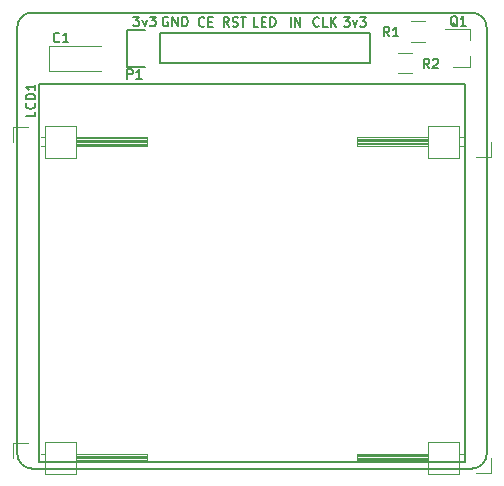
<source format=gbr>
%TF.GenerationSoftware,KiCad,Pcbnew,4.0.7*%
%TF.CreationDate,2019-01-12T03:56:20+05:00*%
%TF.ProjectId,Nokia1202_LCD,4E6F6B6961313230325F4C43442E6B69,0.1*%
%TF.FileFunction,Legend,Top*%
%FSLAX46Y46*%
G04 Gerber Fmt 4.6, Leading zero omitted, Abs format (unit mm)*
G04 Created by KiCad (PCBNEW 4.0.7) date Sat Jan 12 03:56:20 2019*
%MOMM*%
%LPD*%
G01*
G04 APERTURE LIST*
%ADD10C,0.100000*%
%ADD11C,0.200000*%
%ADD12C,0.150000*%
%ADD13C,0.120000*%
G04 APERTURE END LIST*
D10*
D11*
X115278019Y-211207405D02*
X115773257Y-211207405D01*
X115506590Y-211512167D01*
X115620876Y-211512167D01*
X115697066Y-211550262D01*
X115735162Y-211588357D01*
X115773257Y-211664548D01*
X115773257Y-211855024D01*
X115735162Y-211931214D01*
X115697066Y-211969310D01*
X115620876Y-212007405D01*
X115392304Y-212007405D01*
X115316114Y-211969310D01*
X115278019Y-211931214D01*
X116039924Y-211474071D02*
X116230400Y-212007405D01*
X116420876Y-211474071D01*
X116649448Y-211207405D02*
X117144686Y-211207405D01*
X116878019Y-211512167D01*
X116992305Y-211512167D01*
X117068495Y-211550262D01*
X117106591Y-211588357D01*
X117144686Y-211664548D01*
X117144686Y-211855024D01*
X117106591Y-211931214D01*
X117068495Y-211969310D01*
X116992305Y-212007405D01*
X116763733Y-212007405D01*
X116687543Y-211969310D01*
X116649448Y-211931214D01*
X113188810Y-211931214D02*
X113150715Y-211969310D01*
X113036429Y-212007405D01*
X112960239Y-212007405D01*
X112845953Y-211969310D01*
X112769762Y-211893119D01*
X112731667Y-211816929D01*
X112693572Y-211664548D01*
X112693572Y-211550262D01*
X112731667Y-211397881D01*
X112769762Y-211321690D01*
X112845953Y-211245500D01*
X112960239Y-211207405D01*
X113036429Y-211207405D01*
X113150715Y-211245500D01*
X113188810Y-211283595D01*
X113912620Y-212007405D02*
X113531667Y-212007405D01*
X113531667Y-211207405D01*
X114179286Y-212007405D02*
X114179286Y-211207405D01*
X114636429Y-212007405D02*
X114293572Y-211550262D01*
X114636429Y-211207405D02*
X114179286Y-211664548D01*
X110769453Y-212007405D02*
X110769453Y-211207405D01*
X111150405Y-212007405D02*
X111150405Y-211207405D01*
X111607548Y-212007405D01*
X111607548Y-211207405D01*
X108058015Y-212007405D02*
X107677062Y-212007405D01*
X107677062Y-211207405D01*
X108324681Y-211588357D02*
X108591348Y-211588357D01*
X108705634Y-212007405D02*
X108324681Y-212007405D01*
X108324681Y-211207405D01*
X108705634Y-211207405D01*
X109048491Y-212007405D02*
X109048491Y-211207405D01*
X109238967Y-211207405D01*
X109353253Y-211245500D01*
X109429444Y-211321690D01*
X109467539Y-211397881D01*
X109505634Y-211550262D01*
X109505634Y-211664548D01*
X109467539Y-211816929D01*
X109429444Y-211893119D01*
X109353253Y-211969310D01*
X109238967Y-212007405D01*
X109048491Y-212007405D01*
X105556105Y-212007405D02*
X105289438Y-211626452D01*
X105098962Y-212007405D02*
X105098962Y-211207405D01*
X105403724Y-211207405D01*
X105479915Y-211245500D01*
X105518010Y-211283595D01*
X105556105Y-211359786D01*
X105556105Y-211474071D01*
X105518010Y-211550262D01*
X105479915Y-211588357D01*
X105403724Y-211626452D01*
X105098962Y-211626452D01*
X105860867Y-211969310D02*
X105975153Y-212007405D01*
X106165629Y-212007405D01*
X106241819Y-211969310D01*
X106279915Y-211931214D01*
X106318010Y-211855024D01*
X106318010Y-211778833D01*
X106279915Y-211702643D01*
X106241819Y-211664548D01*
X106165629Y-211626452D01*
X106013248Y-211588357D01*
X105937057Y-211550262D01*
X105898962Y-211512167D01*
X105860867Y-211435976D01*
X105860867Y-211359786D01*
X105898962Y-211283595D01*
X105937057Y-211245500D01*
X106013248Y-211207405D01*
X106203724Y-211207405D01*
X106318010Y-211245500D01*
X106546581Y-211207405D02*
X107003724Y-211207405D01*
X106775153Y-212007405D02*
X106775153Y-211207405D01*
X103479614Y-211931214D02*
X103441519Y-211969310D01*
X103327233Y-212007405D01*
X103251043Y-212007405D01*
X103136757Y-211969310D01*
X103060566Y-211893119D01*
X103022471Y-211816929D01*
X102984376Y-211664548D01*
X102984376Y-211550262D01*
X103022471Y-211397881D01*
X103060566Y-211321690D01*
X103136757Y-211245500D01*
X103251043Y-211207405D01*
X103327233Y-211207405D01*
X103441519Y-211245500D01*
X103479614Y-211283595D01*
X103822471Y-211588357D02*
X104089138Y-211588357D01*
X104203424Y-212007405D02*
X103822471Y-212007405D01*
X103822471Y-211207405D01*
X104203424Y-211207405D01*
X100393577Y-211232800D02*
X100317386Y-211194705D01*
X100203101Y-211194705D01*
X100088815Y-211232800D01*
X100012624Y-211308990D01*
X99974529Y-211385181D01*
X99936434Y-211537562D01*
X99936434Y-211651848D01*
X99974529Y-211804229D01*
X100012624Y-211880419D01*
X100088815Y-211956610D01*
X100203101Y-211994705D01*
X100279291Y-211994705D01*
X100393577Y-211956610D01*
X100431672Y-211918514D01*
X100431672Y-211651848D01*
X100279291Y-211651848D01*
X100774529Y-211994705D02*
X100774529Y-211194705D01*
X101231672Y-211994705D01*
X101231672Y-211194705D01*
X101612624Y-211994705D02*
X101612624Y-211194705D01*
X101803100Y-211194705D01*
X101917386Y-211232800D01*
X101993577Y-211308990D01*
X102031672Y-211385181D01*
X102069767Y-211537562D01*
X102069767Y-211651848D01*
X102031672Y-211804229D01*
X101993577Y-211880419D01*
X101917386Y-211956610D01*
X101803100Y-211994705D01*
X101612624Y-211994705D01*
X97472619Y-211182005D02*
X97967857Y-211182005D01*
X97701190Y-211486767D01*
X97815476Y-211486767D01*
X97891666Y-211524862D01*
X97929762Y-211562957D01*
X97967857Y-211639148D01*
X97967857Y-211829624D01*
X97929762Y-211905814D01*
X97891666Y-211943910D01*
X97815476Y-211982005D01*
X97586904Y-211982005D01*
X97510714Y-211943910D01*
X97472619Y-211905814D01*
X98234524Y-211448671D02*
X98425000Y-211982005D01*
X98615476Y-211448671D01*
X98844048Y-211182005D02*
X99339286Y-211182005D01*
X99072619Y-211486767D01*
X99186905Y-211486767D01*
X99263095Y-211524862D01*
X99301191Y-211562957D01*
X99339286Y-211639148D01*
X99339286Y-211829624D01*
X99301191Y-211905814D01*
X99263095Y-211943910D01*
X99186905Y-211982005D01*
X98958333Y-211982005D01*
X98882143Y-211943910D01*
X98844048Y-211905814D01*
D12*
X127381000Y-212090000D02*
G75*
G03X126111000Y-210820000I-1270000J0D01*
G01*
X87630000Y-248158000D02*
G75*
G03X88900000Y-249428000I1270000J0D01*
G01*
X126111000Y-249428000D02*
G75*
G03X127381000Y-248158000I0J1270000D01*
G01*
X88900000Y-210820000D02*
G75*
G03X87630000Y-212090000I0J-1270000D01*
G01*
X87630000Y-248158000D02*
X87630000Y-212090000D01*
X126111000Y-249428000D02*
X88900000Y-249428000D01*
X127381000Y-212090000D02*
X127381000Y-248158000D01*
X88900000Y-210820000D02*
X126111000Y-210820000D01*
D13*
X125969300Y-215409900D02*
X125969300Y-214479900D01*
X125969300Y-212249900D02*
X125969300Y-213179900D01*
X125969300Y-212249900D02*
X123809300Y-212249900D01*
X125969300Y-215409900D02*
X124509300Y-215409900D01*
D12*
X99718000Y-212582000D02*
X117498000Y-212582000D01*
X117498000Y-212582000D02*
X117498000Y-215122000D01*
X117498000Y-215122000D02*
X99718000Y-215122000D01*
X96898000Y-212302000D02*
X98448000Y-212302000D01*
X99718000Y-212582000D02*
X99718000Y-215122000D01*
X98448000Y-215402000D02*
X96898000Y-215402000D01*
X96898000Y-215402000D02*
X96898000Y-212302000D01*
D13*
X90291800Y-213691000D02*
X94741800Y-213691000D01*
X90291800Y-215791000D02*
X94741800Y-215791000D01*
X90291800Y-213691000D02*
X90291800Y-215791000D01*
X119846800Y-214207200D02*
X121046800Y-214207200D01*
X121046800Y-215967200D02*
X119846800Y-215967200D01*
X89959000Y-247205700D02*
X89959000Y-249865700D01*
X89959000Y-249865700D02*
X92619000Y-249865700D01*
X92619000Y-249865700D02*
X92619000Y-247205700D01*
X92619000Y-247205700D02*
X89959000Y-247205700D01*
X92619000Y-248155700D02*
X98619000Y-248155700D01*
X98619000Y-248155700D02*
X98619000Y-248915700D01*
X98619000Y-248915700D02*
X92619000Y-248915700D01*
X92619000Y-248215700D02*
X98619000Y-248215700D01*
X92619000Y-248335700D02*
X98619000Y-248335700D01*
X92619000Y-248455700D02*
X98619000Y-248455700D01*
X92619000Y-248575700D02*
X98619000Y-248575700D01*
X92619000Y-248695700D02*
X98619000Y-248695700D01*
X92619000Y-248815700D02*
X98619000Y-248815700D01*
X89629000Y-248155700D02*
X89959000Y-248155700D01*
X89629000Y-248915700D02*
X89959000Y-248915700D01*
X87249000Y-248535700D02*
X87249000Y-247265700D01*
X87249000Y-247265700D02*
X88519000Y-247265700D01*
X125052000Y-249865700D02*
X125052000Y-247205700D01*
X125052000Y-247205700D02*
X122392000Y-247205700D01*
X122392000Y-247205700D02*
X122392000Y-249865700D01*
X122392000Y-249865700D02*
X125052000Y-249865700D01*
X122392000Y-248915700D02*
X116392000Y-248915700D01*
X116392000Y-248915700D02*
X116392000Y-248155700D01*
X116392000Y-248155700D02*
X122392000Y-248155700D01*
X122392000Y-248855700D02*
X116392000Y-248855700D01*
X122392000Y-248735700D02*
X116392000Y-248735700D01*
X122392000Y-248615700D02*
X116392000Y-248615700D01*
X122392000Y-248495700D02*
X116392000Y-248495700D01*
X122392000Y-248375700D02*
X116392000Y-248375700D01*
X122392000Y-248255700D02*
X116392000Y-248255700D01*
X125382000Y-248915700D02*
X125052000Y-248915700D01*
X125382000Y-248155700D02*
X125052000Y-248155700D01*
X127762000Y-248535700D02*
X127762000Y-249805700D01*
X127762000Y-249805700D02*
X126492000Y-249805700D01*
X89971700Y-220446800D02*
X89971700Y-223106800D01*
X89971700Y-223106800D02*
X92631700Y-223106800D01*
X92631700Y-223106800D02*
X92631700Y-220446800D01*
X92631700Y-220446800D02*
X89971700Y-220446800D01*
X92631700Y-221396800D02*
X98631700Y-221396800D01*
X98631700Y-221396800D02*
X98631700Y-222156800D01*
X98631700Y-222156800D02*
X92631700Y-222156800D01*
X92631700Y-221456800D02*
X98631700Y-221456800D01*
X92631700Y-221576800D02*
X98631700Y-221576800D01*
X92631700Y-221696800D02*
X98631700Y-221696800D01*
X92631700Y-221816800D02*
X98631700Y-221816800D01*
X92631700Y-221936800D02*
X98631700Y-221936800D01*
X92631700Y-222056800D02*
X98631700Y-222056800D01*
X89641700Y-221396800D02*
X89971700Y-221396800D01*
X89641700Y-222156800D02*
X89971700Y-222156800D01*
X87261700Y-221776800D02*
X87261700Y-220506800D01*
X87261700Y-220506800D02*
X88531700Y-220506800D01*
X125039300Y-223106800D02*
X125039300Y-220446800D01*
X125039300Y-220446800D02*
X122379300Y-220446800D01*
X122379300Y-220446800D02*
X122379300Y-223106800D01*
X122379300Y-223106800D02*
X125039300Y-223106800D01*
X122379300Y-222156800D02*
X116379300Y-222156800D01*
X116379300Y-222156800D02*
X116379300Y-221396800D01*
X116379300Y-221396800D02*
X122379300Y-221396800D01*
X122379300Y-222096800D02*
X116379300Y-222096800D01*
X122379300Y-221976800D02*
X116379300Y-221976800D01*
X122379300Y-221856800D02*
X116379300Y-221856800D01*
X122379300Y-221736800D02*
X116379300Y-221736800D01*
X122379300Y-221616800D02*
X116379300Y-221616800D01*
X122379300Y-221496800D02*
X116379300Y-221496800D01*
X125369300Y-222156800D02*
X125039300Y-222156800D01*
X125369300Y-221396800D02*
X125039300Y-221396800D01*
X127749300Y-221776800D02*
X127749300Y-223046800D01*
X127749300Y-223046800D02*
X126479300Y-223046800D01*
X122177100Y-213287500D02*
X120977100Y-213287500D01*
X120977100Y-211527500D02*
X122177100Y-211527500D01*
D12*
X125507000Y-216894000D02*
X125507000Y-248894000D01*
X89507000Y-216894000D02*
X125507000Y-216894000D01*
X89507000Y-216894000D02*
X89507000Y-248894000D01*
X89507000Y-248894000D02*
X125507000Y-248894000D01*
D11*
X124904510Y-211994695D02*
X124828319Y-211956600D01*
X124752129Y-211880410D01*
X124637843Y-211766124D01*
X124561652Y-211728029D01*
X124485462Y-211728029D01*
X124523557Y-211918505D02*
X124447367Y-211880410D01*
X124371176Y-211804219D01*
X124333081Y-211651838D01*
X124333081Y-211385171D01*
X124371176Y-211232790D01*
X124447367Y-211156600D01*
X124523557Y-211118505D01*
X124675938Y-211118505D01*
X124752129Y-211156600D01*
X124828319Y-211232790D01*
X124866414Y-211385171D01*
X124866414Y-211651838D01*
X124828319Y-211804219D01*
X124752129Y-211880410D01*
X124675938Y-211918505D01*
X124523557Y-211918505D01*
X125628319Y-211918505D02*
X125171176Y-211918505D01*
X125399747Y-211918505D02*
X125399747Y-211118505D01*
X125323557Y-211232790D01*
X125247366Y-211308981D01*
X125171176Y-211347076D01*
X96958224Y-216439705D02*
X96958224Y-215639705D01*
X97262986Y-215639705D01*
X97339177Y-215677800D01*
X97377272Y-215715895D01*
X97415367Y-215792086D01*
X97415367Y-215906371D01*
X97377272Y-215982562D01*
X97339177Y-216020657D01*
X97262986Y-216058752D01*
X96958224Y-216058752D01*
X98177272Y-216439705D02*
X97720129Y-216439705D01*
X97948700Y-216439705D02*
X97948700Y-215639705D01*
X97872510Y-215753990D01*
X97796319Y-215830181D01*
X97720129Y-215868276D01*
X91205067Y-213239314D02*
X91166972Y-213277410D01*
X91052686Y-213315505D01*
X90976496Y-213315505D01*
X90862210Y-213277410D01*
X90786019Y-213201219D01*
X90747924Y-213125029D01*
X90709829Y-212972648D01*
X90709829Y-212858362D01*
X90747924Y-212705981D01*
X90786019Y-212629790D01*
X90862210Y-212553600D01*
X90976496Y-212515505D01*
X91052686Y-212515505D01*
X91166972Y-212553600D01*
X91205067Y-212591695D01*
X91966972Y-213315505D02*
X91509829Y-213315505D01*
X91738400Y-213315505D02*
X91738400Y-212515505D01*
X91662210Y-212629790D01*
X91586019Y-212705981D01*
X91509829Y-212744076D01*
X122523267Y-215528605D02*
X122256600Y-215147652D01*
X122066124Y-215528605D02*
X122066124Y-214728605D01*
X122370886Y-214728605D01*
X122447077Y-214766700D01*
X122485172Y-214804795D01*
X122523267Y-214880986D01*
X122523267Y-214995271D01*
X122485172Y-215071462D01*
X122447077Y-215109557D01*
X122370886Y-215147652D01*
X122066124Y-215147652D01*
X122828029Y-214804795D02*
X122866124Y-214766700D01*
X122942315Y-214728605D01*
X123132791Y-214728605D01*
X123208981Y-214766700D01*
X123247077Y-214804795D01*
X123285172Y-214880986D01*
X123285172Y-214957176D01*
X123247077Y-215071462D01*
X122789934Y-215528605D01*
X123285172Y-215528605D01*
X119132367Y-212845605D02*
X118865700Y-212464652D01*
X118675224Y-212845605D02*
X118675224Y-212045605D01*
X118979986Y-212045605D01*
X119056177Y-212083700D01*
X119094272Y-212121795D01*
X119132367Y-212197986D01*
X119132367Y-212312271D01*
X119094272Y-212388462D01*
X119056177Y-212426557D01*
X118979986Y-212464652D01*
X118675224Y-212464652D01*
X119894272Y-212845605D02*
X119437129Y-212845605D01*
X119665700Y-212845605D02*
X119665700Y-212045605D01*
X119589510Y-212159890D01*
X119513319Y-212236081D01*
X119437129Y-212274176D01*
X89173005Y-219208233D02*
X89173005Y-219589186D01*
X88373005Y-219589186D01*
X89096814Y-218484424D02*
X89134910Y-218522519D01*
X89173005Y-218636805D01*
X89173005Y-218712995D01*
X89134910Y-218827281D01*
X89058719Y-218903472D01*
X88982529Y-218941567D01*
X88830148Y-218979662D01*
X88715862Y-218979662D01*
X88563481Y-218941567D01*
X88487290Y-218903472D01*
X88411100Y-218827281D01*
X88373005Y-218712995D01*
X88373005Y-218636805D01*
X88411100Y-218522519D01*
X88449195Y-218484424D01*
X89173005Y-218141567D02*
X88373005Y-218141567D01*
X88373005Y-217951091D01*
X88411100Y-217836805D01*
X88487290Y-217760614D01*
X88563481Y-217722519D01*
X88715862Y-217684424D01*
X88830148Y-217684424D01*
X88982529Y-217722519D01*
X89058719Y-217760614D01*
X89134910Y-217836805D01*
X89173005Y-217951091D01*
X89173005Y-218141567D01*
X89173005Y-216922519D02*
X89173005Y-217379662D01*
X89173005Y-217151091D02*
X88373005Y-217151091D01*
X88487290Y-217227281D01*
X88563481Y-217303472D01*
X88601576Y-217379662D01*
M02*

</source>
